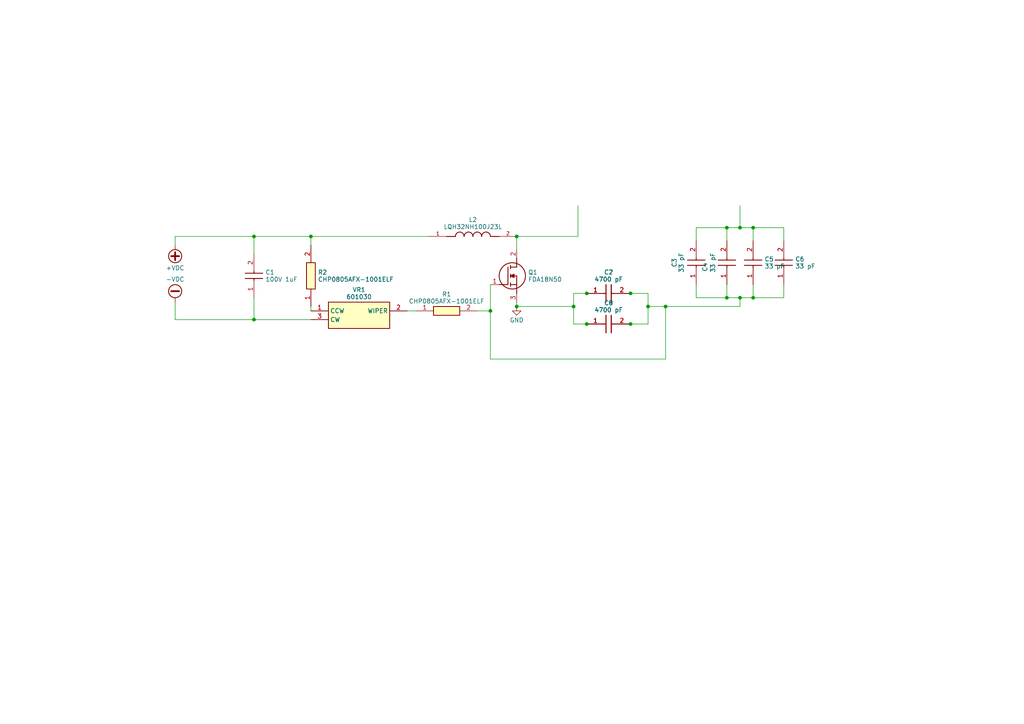
<source format=kicad_sch>
(kicad_sch (version 20230121) (generator eeschema)
  (paper "A4")
  (lib_symbols
    (symbol "601030:601030"
      (property "Reference" "VR" (at 24.13 7.62 0))
      (property "Value" "601030" (at 24.13 5.08 0))
      (symbol "601030_1_1"
        (rectangle (start 5.08 2.54) (end 22.86 -5.08) (stroke (width 0.254)) (fill (type background)))
        (pin passive line (at 0 0 0) (length 5.08) (name "CCW") (number "1"))
        (pin passive line (at 27.94 0 180) (length 5.08) (name "WIPER") (number "2"))
        (pin passive line (at 0 -2.54 0) (length 5.08) (name "CW") (number "3"))
      )
    )
    (symbol "C1210:C1210C105K1RACTM" (pin_names hide)
      (property "Reference" "C" (at 8.89 6.35 0))
      (property "Value" "C1210C105K1RACTM" (at 8.89 3.81 0))
      (symbol "C1210C105K1RACTM_1_1"
        (polyline (pts (xy 5.08 0) (xy 5.588 0)) (stroke (width 0.254)))
        (polyline (pts (xy 5.588 2.54) (xy 5.588 -2.54)) (stroke (width 0.254)))
        (polyline (pts (xy 7.112 0) (xy 7.62 0)) (stroke (width 0.254)))
        (polyline (pts (xy 7.112 2.54) (xy 7.112 -2.54)) (stroke (width 0.254)))
        (pin passive line (at 0 0 0) (length 5.08) (name "1") (number "1"))
        (pin passive line (at 12.7 0 180) (length 5.08) (name "2") (number "2"))
      )
    )
    (symbol "C2012:C2012C0G2W472J125AA" (pin_names hide)
      (property "Reference" "C" (at 8.89 6.35 0))
      (property "Value" "C2012C0G2W472J125AA" (at 8.89 3.81 0))
      (symbol "C2012C0G2W472J125AA_1_1"
        (polyline (pts (xy 5.08 0) (xy 5.588 0)) (stroke (width 0.254)))
        (polyline (pts (xy 5.588 2.54) (xy 5.588 -2.54)) (stroke (width 0.254)))
        (polyline (pts (xy 7.112 0) (xy 7.62 0)) (stroke (width 0.254)))
        (polyline (pts (xy 7.112 2.54) (xy 7.112 -2.54)) (stroke (width 0.254)))
        (pin passive line (at 0 0 0) (length 5.08) (name "1") (number "1"))
        (pin passive line (at 12.7 0 180) (length 5.08) (name "2") (number "2"))
      )
    )
    (symbol "CC45S:CC45SL3JD330JYGNA" (pin_names hide)
      (property "Reference" "C" (at 8.89 6.35 0))
      (property "Value" "CC45SL3JD330JYGNA" (at 8.89 3.81 0))
      (symbol "CC45SL3JD330JYGNA_1_1"
        (polyline (pts (xy 5.08 0) (xy 5.588 0)) (stroke (width 0.254)))
        (polyline (pts (xy 5.588 2.54) (xy 5.588 -2.54)) (stroke (width 0.254)))
        (polyline (pts (xy 7.112 0) (xy 7.62 0)) (stroke (width 0.254)))
        (polyline (pts (xy 7.112 2.54) (xy 7.112 -2.54)) (stroke (width 0.254)))
        (pin passive line (at 0 0 0) (length 5.08) (name "1") (number "1"))
        (pin passive line (at 12.7 0 180) (length 5.08) (name "2") (number "2"))
      )
    )
    (symbol "CHP08:CHP0805AFX-1001ELF" (pin_names hide)
      (property "Reference" "R" (at 13.97 6.35 0))
      (property "Value" "CHP0805AFX-1001ELF" (at 13.97 3.81 0))
      (symbol "CHP0805AFX-1001ELF_1_1"
        (rectangle (start 5.08 1.27) (end 12.7 -1.27) (stroke (width 0.254)) (fill (type background)))
        (pin passive line (at 0 0 0) (length 5.08) (name "1") (number "1"))
        (pin passive line (at 17.78 0 180) (length 5.08) (name "2") (number "2"))
      )
    )
    (symbol "FDA18N50:FDA18N50" (pin_names hide)
      (property "Reference" "Q" (at 11.43 3.81 0))
      (property "Value" "FDA18N50" (at 11.43 1.27 0))
      (symbol "FDA18N50_1_1"
        (polyline (pts (xy 2.54 0) (xy 5.08 0)) (stroke (width 0.254)))
        (polyline (pts (xy 5.08 5.08) (xy 5.08 0)) (stroke (width 0.254)))
        (polyline (pts (xy 5.842 -0.508) (xy 5.842 0.508)) (stroke (width 0.254)))
        (polyline (pts (xy 5.842 0) (xy 7.62 0)) (stroke (width 0.254)))
        (polyline (pts (xy 5.842 2.032) (xy 5.842 3.048)) (stroke (width 0.254)))
        (polyline (pts (xy 5.842 5.588) (xy 5.842 4.572)) (stroke (width 0.254)))
        (polyline (pts (xy 7.62 2.54) (xy 5.842 2.54)) (stroke (width 0.254)))
        (polyline (pts (xy 7.62 2.54) (xy 7.62 -2.54)) (stroke (width 0.254)))
        (polyline (pts (xy 7.62 5.08) (xy 5.842 5.08)) (stroke (width 0.254)))
        (polyline (pts (xy 7.62 5.08) (xy 7.62 7.62)) (stroke (width 0.254)))
        (polyline (pts (xy 5.842 2.54) (xy 6.858 3.048) (xy 6.858 2.032) (xy 5.842 2.54)) (stroke (width 0.254)) (fill (type outline)))
        (circle (center 6.35 2.54) (radius 3.81) (stroke (width 0.254)))
        (pin passive line (at 0 0 0) (length 2.54) (name "G") (number "1"))
        (pin passive line (at 7.62 10.16 270) (length 2.54) (name "D") (number "2"))
        (pin passive line (at 7.62 -5.08 90) (length 2.54) (name "S") (number "3"))
      )
    )
    (symbol "LQH32:LQH32NH100J23L" (pin_names (offset 1.016))
      (property "Reference" "L" (at -10.16 7.62 0))
      (property "Value" "LQH32NH100J23L" (at -10.16 5.08 0))
      (symbol "LQH32NH100J23L_0_0"
        (arc (start -2.54 0) (mid -3.81 1.2645) (end -5.08 0) (stroke (width 0.254)))
        (arc (start 0 0) (mid -1.27 1.2645) (end -2.54 0) (stroke (width 0.254)))
        (polyline (pts (xy -5.08 0) (xy -7.62 0)) (stroke (width 0.254)))
        (polyline (pts (xy 5.08 0) (xy 7.62 0)) (stroke (width 0.254)))
        (arc (start 2.54 0) (mid 1.27 1.2645) (end 0 0) (stroke (width 0.254)))
        (arc (start 5.08 0) (mid 3.81 1.2645) (end 2.54 0) (stroke (width 0.254)))
        (pin passive line (at -12.7 0 0) (length 5.08) (name "~") (number "1"))
        (pin passive line (at 12.7 0 180) (length 5.08) (name "~") (number "2"))
      )
    )
    (symbol "power:+VDC" (power) (pin_names (offset 0))
      (property "Value" "+VDC" (at 0 6.35 0))
      (symbol "+VDC_0_1"
        (polyline (pts (xy -1.143 3.175) (xy 1.143 3.175)) (stroke (width 0.508)))
        (polyline (pts (xy 0 0) (xy 0 1.27)))
        (polyline (pts (xy 0 2.032) (xy 0 4.318)) (stroke (width 0.508)))
        (circle (center 0 3.175) (radius 1.905) (stroke (width 0.254)))
      )
      (symbol "+VDC_1_1"
        (pin power_in line (at 0 0 90) (length 0) hide (name "+VDC") (number "1"))
      )
    )
    (symbol "power:-VDC" (power) (pin_names (offset 0))
      (property "Value" "-VDC" (at 0 6.35 0))
      (symbol "-VDC_0_1"
        (polyline (pts (xy -1.143 3.175) (xy 1.143 3.175)) (stroke (width 0.508)))
        (polyline (pts (xy 0 0) (xy 0 1.27)))
        (circle (center 0 3.175) (radius 1.905) (stroke (width 0.254)))
      )
      (symbol "-VDC_1_1"
        (pin power_in line (at 0 0 90) (length 0) hide (name "-VDC") (number "1"))
      )
    )
    (symbol "power:GND" (power) (pin_names (offset 0))
      (property "Value" "GND" (at 0 -3.81 0))
      (symbol "GND_0_1"
        (polyline (pts (xy 0 0) (xy 0 -1.27) (xy 1.27 -1.27) (xy 0 -2.54) (xy -1.27 -1.27) (xy 0 -1.27)))
      )
      (symbol "GND_1_1"
        (pin power_in line (at 0 0 270) (length 0) hide (name "GND") (number "1"))
      )
    )
  )
  (junction (at 182.88 85.09))
  (junction (at 182.88 93.98))
  (junction (at 73.66 68.58))
  (junction (at 170.18 85.09))
  (junction (at 210.82 86.36))
  (junction (at 210.82 66.04))
  (junction (at 166.37 88.9))
  (junction (at 218.44 66.04))
  (junction (at 193.04 88.9))
  (junction (at 149.86 88.9))
  (junction (at 90.17 68.58))
  (junction (at 214.63 86.36))
  (junction (at 149.86 68.58))
  (junction (at 73.66 92.71))
  (junction (at 214.63 66.04))
  (junction (at 142.24 90.17))
  (junction (at 218.44 86.36))
  (junction (at 170.18 93.98))
  (junction (at 187.96 88.9))
  (wire (pts (xy 90.17 68.58) (xy 90.17 71.12)))
  (wire (pts (xy 73.66 86.36) (xy 73.66 92.71)))
  (wire (pts (xy 167.64 59.69) (xy 167.64 68.58)))
  (wire (pts (xy 214.63 88.9) (xy 214.63 86.36)))
  (wire (pts (xy 218.44 66.04) (xy 218.44 69.85)))
  (wire (pts (xy 227.33 86.36) (xy 227.33 82.55)))
  (wire (pts (xy 227.33 66.04) (xy 227.33 69.85)))
  (wire (pts (xy 193.04 104.14) (xy 193.04 88.9)))
  (wire (pts (xy 90.17 68.58) (xy 124.46 68.58)))
  (wire (pts (xy 50.8 92.71) (xy 73.66 92.71)))
  (wire (pts (xy 210.82 66.04) (xy 210.82 69.85)))
  (wire (pts (xy 218.44 82.55) (xy 218.44 86.36)))
  (wire (pts (xy 214.63 86.36) (xy 210.82 86.36)))
  (wire (pts (xy 218.44 86.36) (xy 227.33 86.36)))
  (wire (pts (xy 118.11 90.17) (xy 120.65 90.17)))
  (wire (pts (xy 214.63 59.69) (xy 214.63 66.04)))
  (wire (pts (xy 50.8 68.58) (xy 73.66 68.58)))
  (wire (pts (xy 166.37 93.98) (xy 170.18 93.98)))
  (wire (pts (xy 50.8 71.12) (xy 50.8 68.58)))
  (wire (pts (xy 187.96 85.09) (xy 182.88 85.09)))
  (wire (pts (xy 149.86 68.58) (xy 167.64 68.58)))
  (wire (pts (xy 166.37 88.9) (xy 166.37 85.09)))
  (wire (pts (xy 73.66 92.71) (xy 90.17 92.71)))
  (wire (pts (xy 214.63 66.04) (xy 218.44 66.04)))
  (wire (pts (xy 210.82 82.55) (xy 210.82 86.36)))
  (wire (pts (xy 166.37 88.9) (xy 149.86 88.9)))
  (wire (pts (xy 193.04 88.9) (xy 187.96 88.9)))
  (wire (pts (xy 50.8 87.63) (xy 50.8 92.71)))
  (wire (pts (xy 193.04 88.9) (xy 214.63 88.9)))
  (wire (pts (xy 142.24 82.55) (xy 142.24 90.17)))
  (wire (pts (xy 90.17 88.9) (xy 90.17 90.17)))
  (wire (pts (xy 149.86 68.58) (xy 149.86 72.39)))
  (wire (pts (xy 73.66 68.58) (xy 90.17 68.58)))
  (wire (pts (xy 214.63 86.36) (xy 218.44 86.36)))
  (wire (pts (xy 166.37 85.09) (xy 170.18 85.09)))
  (wire (pts (xy 218.44 66.04) (xy 227.33 66.04)))
  (wire (pts (xy 210.82 86.36) (xy 201.93 86.36)))
  (wire (pts (xy 142.24 104.14) (xy 193.04 104.14)))
  (wire (pts (xy 138.43 90.17) (xy 142.24 90.17)))
  (wire (pts (xy 187.96 88.9) (xy 187.96 85.09)))
  (wire (pts (xy 210.82 66.04) (xy 214.63 66.04)))
  (wire (pts (xy 187.96 88.9) (xy 187.96 93.98)))
  (wire (pts (xy 201.93 66.04) (xy 210.82 66.04)))
  (wire (pts (xy 149.86 88.9) (xy 149.86 87.63)))
  (wire (pts (xy 166.37 88.9) (xy 166.37 93.98)))
  (wire (pts (xy 201.93 69.85) (xy 201.93 66.04)))
  (wire (pts (xy 201.93 82.55) (xy 201.93 86.36)))
  (wire (pts (xy 142.24 90.17) (xy 142.24 104.14)))
  (wire (pts (xy 182.88 93.98) (xy 187.96 93.98)))
  (wire (pts (xy 73.66 68.58) (xy 73.66 73.66)))
  (symbol (lib_id "CC45S:CC45SL3JD330JYGNA") (at 227.33 82.55 90) (unit 1)
    (property "Reference" "C6" (at 230.632 75.176 90) (effects (justify right)))
    (property "Value" "33 pF" (at 230.632 77.224 90) (effects (justify right)))
    (property "Datasheet" "https://product.tdk.com/system/files/dam/doc/product/capacitor/ceramic/lead-disc/catalog/leaddisc_commercial_cc45_en.pdf" (effects hide))
    (property "Height" "9.5" (effects hide))
    (property "Manufacturer_Name" "TDK" (effects hide))
    (property "Manufacturer_Part_Number" "CC45SL3JD330JYGNA" (effects hide))
  )
  (symbol (lib_id "C2012:C2012C0G2W472J125AA") (at 170.18 85.09 0) (unit 1)
    (property "Reference" "C7" (at 176.53 78.97 0))
    (property "Value" "4700 pF" (at 176.53 81.018 0))
    (property "Datasheet" "https://product.tdk.com/info/en/catalog/datasheets/mlcc_commercial_midvoltage_en.pdf" (effects hide))
    (property "Height" "1.45" (effects hide))
    (property "Mouser Part Number" "810-C2012C0G2W472JAA" (effects hide))
    (property "Mouser Price/Stock" "https://www.mouser.co.uk/ProductDetail/TDK/C2012C0G2W472J125AA?qs=Zt%252BKPUOg4odv1OfKcwMYww%3D%3D" (effects hide))
    (property "Manufacturer_Name" "TDK" (effects hide))
    (property "Manufacturer_Part_Number" "C2012C0G2W472J125AA" (effects hide))
  )
  (symbol (lib_id "CC45S:CC45SL3JD330JYGNA") (at 218.44 82.55 90) (unit 1)
    (property "Reference" "C5" (at 221.742 75.176 90) (effects (justify right)))
    (property "Value" "33 pF" (at 221.742 77.224 90) (effects (justify right)))
    (property "Datasheet" "https://product.tdk.com/system/files/dam/doc/product/capacitor/ceramic/lead-disc/catalog/leaddisc_commercial_cc45_en.pdf" (effects hide))
    (property "Height" "9.5" (effects hide))
    (property "Manufacturer_Name" "TDK" (effects hide))
    (property "Manufacturer_Part_Number" "CC45SL3JD330JYGNA" (effects hide))
  )
  (symbol (lib_id "601030:601030") (at 90.17 90.17 0) (unit 1)
    (property "Reference" "VR1" (at 104.14 84.05 0))
    (property "Value" "601030" (at 104.14 86.098 0))
    (property "Datasheet" "https://www.abelektronik.de/fileadmin/images/Produkte_und_Datenblaetter/Datenblaetter/Bauelemente/E_HA06.pdf" (effects hide))
    (property "Height" "7.8" (effects hide))
    (property "Mouser Part Number" "581-601030" (effects hide))
    (property "Mouser Price/Stock" "https://www.mouser.co.uk/ProductDetail/AVX/601030?qs=B6kkDfuK7%2FDwxok08zuurA%3D%3D" (effects hide))
    (property "Manufacturer_Name" "AVX" (effects hide))
    (property "Manufacturer_Part_Number" "601030" (effects hide))
  )
  (symbol (lib_id "C2012:C2012C0G2W472J125AA") (at 170.18 93.98 0) (unit 1)
    (property "Reference" "C8" (at 176.53 87.86 0))
    (property "Value" "4700 pF" (at 176.53 89.908 0))
    (property "Datasheet" "https://product.tdk.com/info/en/catalog/datasheets/mlcc_commercial_midvoltage_en.pdf" (effects hide))
    (property "Height" "1.45" (effects hide))
    (property "Mouser Part Number" "810-C2012C0G2W472JAA" (effects hide))
    (property "Mouser Price/Stock" "https://www.mouser.co.uk/ProductDetail/TDK/C2012C0G2W472J125AA?qs=Zt%252BKPUOg4odv1OfKcwMYww%3D%3D" (effects hide))
    (property "Manufacturer_Name" "TDK" (effects hide))
    (property "Manufacturer_Part_Number" "C2012C0G2W472J125AA" (effects hide))
  )
  (symbol (lib_id "C2012:C2012C0G2W472J125AA") (at 170.18 85.09 0) (unit 1)
    (property "Reference" "C2" (at 176.53 78.97 0))
    (property "Value" "4700 pF" (at 176.53 81.018 0))
    (property "Datasheet" "https://product.tdk.com/info/en/catalog/datasheets/mlcc_commercial_midvoltage_en.pdf" (effects hide))
    (property "Height" "1.45" (effects hide))
    (property "Mouser Part Number" "810-C2012C0G2W472JAA" (effects hide))
    (property "Mouser Price/Stock" "https://www.mouser.co.uk/ProductDetail/TDK/C2012C0G2W472J125AA?qs=Zt%252BKPUOg4odv1OfKcwMYww%3D%3D" (effects hide))
    (property "Manufacturer_Name" "TDK" (effects hide))
    (property "Manufacturer_Part_Number" "C2012C0G2W472J125AA" (effects hide))
  )
  (symbol (lib_id "C2012:C2012C0G2W472J125AA") (at 170.18 93.98 0) (unit 1)
    (property "Reference" "C9" (at 176.53 87.86 0))
    (property "Value" "4700 pF" (at 176.53 89.908 0))
    (property "Datasheet" "https://product.tdk.com/info/en/catalog/datasheets/mlcc_commercial_midvoltage_en.pdf" (effects hide))
    (property "Height" "1.45" (effects hide))
    (property "Mouser Part Number" "810-C2012C0G2W472JAA" (effects hide))
    (property "Mouser Price/Stock" "https://www.mouser.co.uk/ProductDetail/TDK/C2012C0G2W472J125AA?qs=Zt%252BKPUOg4odv1OfKcwMYww%3D%3D" (effects hide))
    (property "Manufacturer_Name" "TDK" (effects hide))
    (property "Manufacturer_Part_Number" "C2012C0G2W472J125AA" (effects hide))
  )
  (symbol (lib_id "LQH32:LQH32NH100J23L") (at 137.16 68.58 0) (unit 1)
    (property "Reference" "L2" (at 137.16 63.7355 0))
    (property "Value" "LQH32NH100J23L" (at 137.16 65.7835 0))
    (property "PARTREV" "N/A" (effects hide))
    (property "STANDARD" "Manufacturer Recommendations" (effects hide))
    (property "MAXIMUM_PACKAGE_HEIGHT" "2.2mm" (effects hide))
    (property "MANUFACTURER" "Murata" (effects hide))
  )
  (symbol (lib_id "CC45S:CC45SL3JD330JYGNA") (at 210.82 82.55 90) (unit 1)
    (property "Reference" "C4" (at 204.47 77.47 0))
    (property "Value" "33 pF" (at 206.748 76.2 0))
    (property "Datasheet" "https://product.tdk.com/system/files/dam/doc/product/capacitor/ceramic/lead-disc/catalog/leaddisc_commercial_cc45_en.pdf" (effects hide))
    (property "Height" "9.5" (effects hide))
    (property "Manufacturer_Name" "TDK" (effects hide))
    (property "Manufacturer_Part_Number" "CC45SL3JD330JYGNA" (effects hide))
  )
  (symbol (lib_id "CHP08:CHP0805AFX-1001ELF") (at 90.17 88.9 90) (unit 1)
    (property "Reference" "R2" (at 92.202 78.986 90) (effects (justify right)))
    (property "Value" "CHP0805AFX-1001ELF" (at 92.202 81.034 90) (effects (justify right)))
    (property "Height" "0.6" (effects hide))
    (property "Mouser Part Number" "652-CHP0805AFX1001EL" (effects hide))
    (property "Mouser Price/Stock" "https://www.mouser.co.uk/ProductDetail/Bourns/CHP0805AFX-1001ELF?qs=BJlw7L4Cy7%2F%2FdiZX3l7oWQ%3D%3D" (effects hide))
    (property "Manufacturer_Name" "Bourns" (effects hide))
    (property "Manufacturer_Part_Number" "CHP0805AFX-1001ELF" (effects hide))
  )
  (symbol (lib_id "power:-VDC") (at 50.8 87.63 0) (unit 1)
    (property "Reference" "#PWR03" (effects hide))
    (property "Value" "-VDC" (at 50.8 81.018 0))
  )
  (symbol (lib_id "CHP08:CHP0805AFX-1001ELF") (at 120.65 90.17 0) (unit 1)
    (property "Reference" "R1" (at 129.54 85.32 0))
    (property "Value" "CHP0805AFX-1001ELF" (at 129.54 87.368 0))
    (property "Height" "0.6" (effects hide))
    (property "Mouser Part Number" "652-CHP0805AFX1001EL" (effects hide))
    (property "Mouser Price/Stock" "https://www.mouser.co.uk/ProductDetail/Bourns/CHP0805AFX-1001ELF?qs=BJlw7L4Cy7%2F%2FdiZX3l7oWQ%3D%3D" (effects hide))
    (property "Manufacturer_Name" "Bourns" (effects hide))
    (property "Manufacturer_Part_Number" "CHP0805AFX-1001ELF" (effects hide))
  )
  (symbol (lib_id "power:+VDC") (at 50.8 71.12 180) (unit 1)
    (property "Reference" "#PWR02" (effects hide))
    (property "Value" "+VDC" (at 50.8 77.732 0))
  )
  (symbol (lib_id "C1210:C1210C105K1RACTM") (at 73.66 86.36 90) (unit 1)
    (property "Reference" "C1" (at 76.962 78.986 90) (effects (justify right)))
    (property "Value" "100V 1uF" (at 76.962 81.034 90) (effects (justify right)))
    (property "Datasheet" "https://content.kemet.com/datasheets/KEM_C1002_X7R_SMD.pdf" (effects hide))
    (property "Mouser Part Number" "80-C1210C105K1RACTM" (effects hide))
    (property "Mouser Price/Stock" "https://www.mouser.co.uk/ProductDetail/KEMET/C1210C105K1RACTM?qs=gt1LBUVyoHkoe6sHAWmw2Q%3D%3D" (effects hide))
    (property "Manufacturer_Name" "KEMET" (effects hide))
    (property "Manufacturer_Part_Number" "C1210C105K1RACTM" (effects hide))
  )
  (symbol (lib_id "FDA18N50:FDA18N50") (at 142.24 82.55 0) (unit 1)
    (property "Reference" "Q1" (at 153.162 78.986 0) (effects (justify left)))
    (property "Value" "FDA18N50" (at 153.162 81.034 0) (effects (justify left)))
    (property "Datasheet" "https://componentsearchengine.com/Datasheets/1/FDA18N50.pdf" (effects hide))
    (property "Height" "5" (effects hide))
    (property "Mouser Part Number" "512-FDA18N50" (effects hide))
    (property "Mouser Price/Stock" "https://www.mouser.co.uk/ProductDetail/onsemi-Fairchild/FDA18N50?qs=fZj41zbgrf3mYLHPj%2FqPtA%3D%3D" (effects hide))
    (property "Manufacturer_Name" "onsemi" (effects hide))
    (property "Manufacturer_Part_Number" "FDA18N50" (effects hide))
  )
  (symbol (lib_id "CC45S:CC45SL3JD330JYGNA") (at 201.93 82.55 90) (unit 1)
    (property "Reference" "C3" (at 195.58 76.2 0))
    (property "Value" "33 pF" (at 197.628 76.2 0))
    (property "Datasheet" "https://product.tdk.com/system/files/dam/doc/product/capacitor/ceramic/lead-disc/catalog/leaddisc_commercial_cc45_en.pdf" (effects hide))
    (property "Height" "9.5" (effects hide))
    (property "Manufacturer_Name" "TDK" (effects hide))
    (property "Manufacturer_Part_Number" "CC45SL3JD330JYGNA" (effects hide))
  )
  (symbol (lib_id "power:GND") (at 149.86 88.9 0) (unit 1)
    (property "Reference" "#PWR01" (effects hide))
    (property "Value" "GND" (at 149.86 92.845 0))
  )
)
</source>
